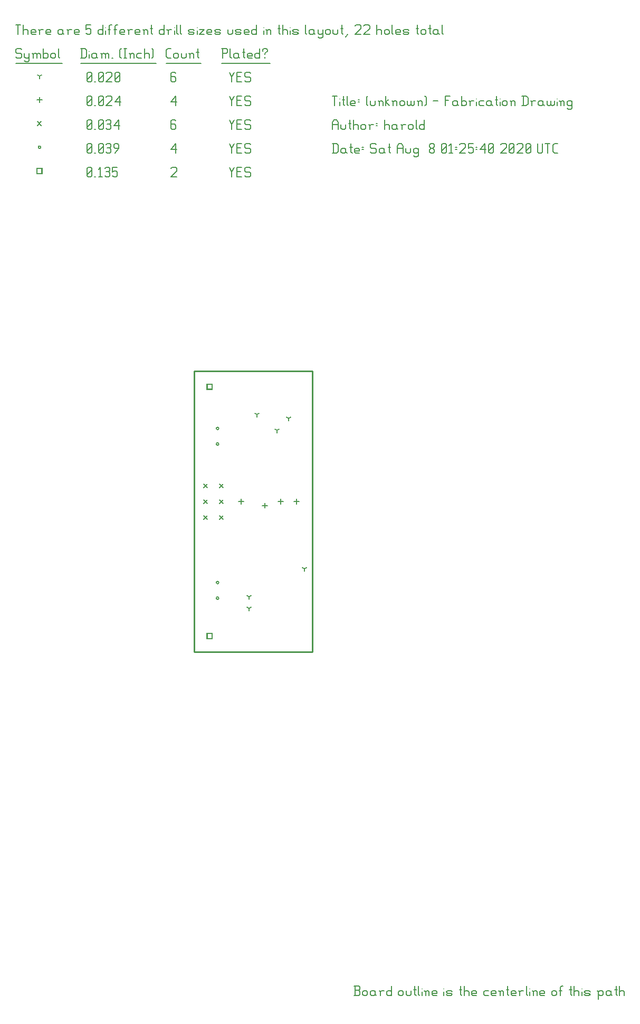
<source format=gbr>
G04 start of page 12 for group -3984 idx -3984 *
G04 Title: (unknown), fab *
G04 Creator: pcb 4.2.2 *
G04 CreationDate: Sat Aug  8 01:25:40 2020 UTC *
G04 For: harold *
G04 Format: Gerber/RS-274X *
G04 PCB-Dimensions (mil): 6000.00 5000.00 *
G04 PCB-Coordinate-Origin: lower left *
%MOIN*%
%FSLAX25Y25*%
%LNFAB*%
%ADD56C,0.0100*%
%ADD55C,0.0075*%
%ADD54C,0.0060*%
%ADD53R,0.0080X0.0080*%
G54D53*X120900Y376600D02*X124100D01*
X120900D02*Y373400D01*
X124100D01*
Y376600D02*Y373400D01*
X120900Y219120D02*X124100D01*
X120900D02*Y215920D01*
X124100D01*
Y219120D02*Y215920D01*
X13400Y512850D02*X16600D01*
X13400D02*Y509650D01*
X16600D01*
Y512850D02*Y509650D01*
G54D54*X135000Y513500D02*X136500Y510500D01*
X138000Y513500D01*
X136500Y510500D02*Y507500D01*
X139800Y510800D02*X142050D01*
X139800Y507500D02*X142800D01*
X139800Y513500D02*Y507500D01*
Y513500D02*X142800D01*
X147600D02*X148350Y512750D01*
X145350Y513500D02*X147600D01*
X144600Y512750D02*X145350Y513500D01*
X144600Y512750D02*Y511250D01*
X145350Y510500D01*
X147600D01*
X148350Y509750D01*
Y508250D01*
X147600Y507500D02*X148350Y508250D01*
X145350Y507500D02*X147600D01*
X144600Y508250D02*X145350Y507500D01*
X98000Y512750D02*X98750Y513500D01*
X101000D01*
X101750Y512750D01*
Y511250D01*
X98000Y507500D02*X101750Y511250D01*
X98000Y507500D02*X101750D01*
X45000Y508250D02*X45750Y507500D01*
X45000Y512750D02*Y508250D01*
Y512750D02*X45750Y513500D01*
X47250D01*
X48000Y512750D01*
Y508250D01*
X47250Y507500D02*X48000Y508250D01*
X45750Y507500D02*X47250D01*
X45000Y509000D02*X48000Y512000D01*
X49800Y507500D02*X50550D01*
X52350Y512300D02*X53550Y513500D01*
Y507500D01*
X52350D02*X54600D01*
X56400Y512750D02*X57150Y513500D01*
X58650D01*
X59400Y512750D01*
X58650Y507500D02*X59400Y508250D01*
X57150Y507500D02*X58650D01*
X56400Y508250D02*X57150Y507500D01*
Y510800D02*X58650D01*
X59400Y512750D02*Y511550D01*
Y510050D02*Y508250D01*
Y510050D02*X58650Y510800D01*
X59400Y511550D02*X58650Y510800D01*
X61200Y513500D02*X64200D01*
X61200D02*Y510500D01*
X61950Y511250D01*
X63450D01*
X64200Y510500D01*
Y508250D01*
X63450Y507500D02*X64200Y508250D01*
X61950Y507500D02*X63450D01*
X61200Y508250D02*X61950Y507500D01*
X126700Y348662D02*G75*G03X128300Y348662I800J0D01*G01*
G75*G03X126700Y348662I-800J0D01*G01*
Y338819D02*G75*G03X128300Y338819I800J0D01*G01*
G75*G03X126700Y338819I-800J0D01*G01*
Y251319D02*G75*G03X128300Y251319I800J0D01*G01*
G75*G03X126700Y251319I-800J0D01*G01*
Y241476D02*G75*G03X128300Y241476I800J0D01*G01*
G75*G03X126700Y241476I-800J0D01*G01*
X14200Y526250D02*G75*G03X15800Y526250I800J0D01*G01*
G75*G03X14200Y526250I-800J0D01*G01*
X135000Y528500D02*X136500Y525500D01*
X138000Y528500D01*
X136500Y525500D02*Y522500D01*
X139800Y525800D02*X142050D01*
X139800Y522500D02*X142800D01*
X139800Y528500D02*Y522500D01*
Y528500D02*X142800D01*
X147600D02*X148350Y527750D01*
X145350Y528500D02*X147600D01*
X144600Y527750D02*X145350Y528500D01*
X144600Y527750D02*Y526250D01*
X145350Y525500D01*
X147600D01*
X148350Y524750D01*
Y523250D01*
X147600Y522500D02*X148350Y523250D01*
X145350Y522500D02*X147600D01*
X144600Y523250D02*X145350Y522500D01*
X98000Y524750D02*X101000Y528500D01*
X98000Y524750D02*X101750D01*
X101000Y528500D02*Y522500D01*
X45000Y523250D02*X45750Y522500D01*
X45000Y527750D02*Y523250D01*
Y527750D02*X45750Y528500D01*
X47250D01*
X48000Y527750D01*
Y523250D01*
X47250Y522500D02*X48000Y523250D01*
X45750Y522500D02*X47250D01*
X45000Y524000D02*X48000Y527000D01*
X49800Y522500D02*X50550D01*
X52350Y523250D02*X53100Y522500D01*
X52350Y527750D02*Y523250D01*
Y527750D02*X53100Y528500D01*
X54600D01*
X55350Y527750D01*
Y523250D01*
X54600Y522500D02*X55350Y523250D01*
X53100Y522500D02*X54600D01*
X52350Y524000D02*X55350Y527000D01*
X57150Y527750D02*X57900Y528500D01*
X59400D01*
X60150Y527750D01*
X59400Y522500D02*X60150Y523250D01*
X57900Y522500D02*X59400D01*
X57150Y523250D02*X57900Y522500D01*
Y525800D02*X59400D01*
X60150Y527750D02*Y526550D01*
Y525050D02*Y523250D01*
Y525050D02*X59400Y525800D01*
X60150Y526550D02*X59400Y525800D01*
X62700Y522500D02*X64950Y525500D01*
Y527750D02*Y525500D01*
X64200Y528500D02*X64950Y527750D01*
X62700Y528500D02*X64200D01*
X61950Y527750D02*X62700Y528500D01*
X61950Y527750D02*Y526250D01*
X62700Y525500D01*
X64950D01*
X118800Y313700D02*X121200Y311300D01*
X118800D02*X121200Y313700D01*
X128800D02*X131200Y311300D01*
X128800D02*X131200Y313700D01*
X118800Y303700D02*X121200Y301300D01*
X118800D02*X121200Y303700D01*
X128800D02*X131200Y301300D01*
X128800D02*X131200Y303700D01*
X118800Y293700D02*X121200Y291300D01*
X118800D02*X121200Y293700D01*
X128800D02*X131200Y291300D01*
X128800D02*X131200Y293700D01*
X13800Y542450D02*X16200Y540050D01*
X13800D02*X16200Y542450D01*
X135000Y543500D02*X136500Y540500D01*
X138000Y543500D01*
X136500Y540500D02*Y537500D01*
X139800Y540800D02*X142050D01*
X139800Y537500D02*X142800D01*
X139800Y543500D02*Y537500D01*
Y543500D02*X142800D01*
X147600D02*X148350Y542750D01*
X145350Y543500D02*X147600D01*
X144600Y542750D02*X145350Y543500D01*
X144600Y542750D02*Y541250D01*
X145350Y540500D01*
X147600D01*
X148350Y539750D01*
Y538250D01*
X147600Y537500D02*X148350Y538250D01*
X145350Y537500D02*X147600D01*
X144600Y538250D02*X145350Y537500D01*
X100250Y543500D02*X101000Y542750D01*
X98750Y543500D02*X100250D01*
X98000Y542750D02*X98750Y543500D01*
X98000Y542750D02*Y538250D01*
X98750Y537500D01*
X100250Y540800D02*X101000Y540050D01*
X98000Y540800D02*X100250D01*
X98750Y537500D02*X100250D01*
X101000Y538250D01*
Y540050D02*Y538250D01*
X45000D02*X45750Y537500D01*
X45000Y542750D02*Y538250D01*
Y542750D02*X45750Y543500D01*
X47250D01*
X48000Y542750D01*
Y538250D01*
X47250Y537500D02*X48000Y538250D01*
X45750Y537500D02*X47250D01*
X45000Y539000D02*X48000Y542000D01*
X49800Y537500D02*X50550D01*
X52350Y538250D02*X53100Y537500D01*
X52350Y542750D02*Y538250D01*
Y542750D02*X53100Y543500D01*
X54600D01*
X55350Y542750D01*
Y538250D01*
X54600Y537500D02*X55350Y538250D01*
X53100Y537500D02*X54600D01*
X52350Y539000D02*X55350Y542000D01*
X57150Y542750D02*X57900Y543500D01*
X59400D01*
X60150Y542750D01*
X59400Y537500D02*X60150Y538250D01*
X57900Y537500D02*X59400D01*
X57150Y538250D02*X57900Y537500D01*
Y540800D02*X59400D01*
X60150Y542750D02*Y541550D01*
Y540050D02*Y538250D01*
Y540050D02*X59400Y540800D01*
X60150Y541550D02*X59400Y540800D01*
X61950Y539750D02*X64950Y543500D01*
X61950Y539750D02*X65700D01*
X64950Y543500D02*Y537500D01*
X157500Y301600D02*Y298400D01*
X155900Y300000D02*X159100D01*
X142500Y304100D02*Y300900D01*
X140900Y302500D02*X144100D01*
X167500Y304100D02*Y300900D01*
X165900Y302500D02*X169100D01*
X177500Y304100D02*Y300900D01*
X175900Y302500D02*X179100D01*
X15000Y557850D02*Y554650D01*
X13400Y556250D02*X16600D01*
X135000Y558500D02*X136500Y555500D01*
X138000Y558500D01*
X136500Y555500D02*Y552500D01*
X139800Y555800D02*X142050D01*
X139800Y552500D02*X142800D01*
X139800Y558500D02*Y552500D01*
Y558500D02*X142800D01*
X147600D02*X148350Y557750D01*
X145350Y558500D02*X147600D01*
X144600Y557750D02*X145350Y558500D01*
X144600Y557750D02*Y556250D01*
X145350Y555500D01*
X147600D01*
X148350Y554750D01*
Y553250D01*
X147600Y552500D02*X148350Y553250D01*
X145350Y552500D02*X147600D01*
X144600Y553250D02*X145350Y552500D01*
X98000Y554750D02*X101000Y558500D01*
X98000Y554750D02*X101750D01*
X101000Y558500D02*Y552500D01*
X45000Y553250D02*X45750Y552500D01*
X45000Y557750D02*Y553250D01*
Y557750D02*X45750Y558500D01*
X47250D01*
X48000Y557750D01*
Y553250D01*
X47250Y552500D02*X48000Y553250D01*
X45750Y552500D02*X47250D01*
X45000Y554000D02*X48000Y557000D01*
X49800Y552500D02*X50550D01*
X52350Y553250D02*X53100Y552500D01*
X52350Y557750D02*Y553250D01*
Y557750D02*X53100Y558500D01*
X54600D01*
X55350Y557750D01*
Y553250D01*
X54600Y552500D02*X55350Y553250D01*
X53100Y552500D02*X54600D01*
X52350Y554000D02*X55350Y557000D01*
X57150Y557750D02*X57900Y558500D01*
X60150D01*
X60900Y557750D01*
Y556250D01*
X57150Y552500D02*X60900Y556250D01*
X57150Y552500D02*X60900D01*
X62700Y554750D02*X65700Y558500D01*
X62700Y554750D02*X66450D01*
X65700Y558500D02*Y552500D01*
X172500Y355000D02*Y353400D01*
Y355000D02*X173887Y355800D01*
X172500Y355000D02*X171113Y355800D01*
X182500Y260000D02*Y258400D01*
Y260000D02*X183887Y260800D01*
X182500Y260000D02*X181113Y260800D01*
X165000Y347500D02*Y345900D01*
Y347500D02*X166387Y348300D01*
X165000Y347500D02*X163613Y348300D01*
X147500Y235000D02*Y233400D01*
Y235000D02*X148887Y235800D01*
X147500Y235000D02*X146113Y235800D01*
X152500Y357500D02*Y355900D01*
Y357500D02*X153887Y358300D01*
X152500Y357500D02*X151113Y358300D01*
X147500Y242319D02*Y240719D01*
Y242319D02*X148887Y243119D01*
X147500Y242319D02*X146113Y243119D01*
X15000Y571250D02*Y569650D01*
Y571250D02*X16387Y572050D01*
X15000Y571250D02*X13613Y572050D01*
X135000Y573500D02*X136500Y570500D01*
X138000Y573500D01*
X136500Y570500D02*Y567500D01*
X139800Y570800D02*X142050D01*
X139800Y567500D02*X142800D01*
X139800Y573500D02*Y567500D01*
Y573500D02*X142800D01*
X147600D02*X148350Y572750D01*
X145350Y573500D02*X147600D01*
X144600Y572750D02*X145350Y573500D01*
X144600Y572750D02*Y571250D01*
X145350Y570500D01*
X147600D01*
X148350Y569750D01*
Y568250D01*
X147600Y567500D02*X148350Y568250D01*
X145350Y567500D02*X147600D01*
X144600Y568250D02*X145350Y567500D01*
X100250Y573500D02*X101000Y572750D01*
X98750Y573500D02*X100250D01*
X98000Y572750D02*X98750Y573500D01*
X98000Y572750D02*Y568250D01*
X98750Y567500D01*
X100250Y570800D02*X101000Y570050D01*
X98000Y570800D02*X100250D01*
X98750Y567500D02*X100250D01*
X101000Y568250D01*
Y570050D02*Y568250D01*
X45000D02*X45750Y567500D01*
X45000Y572750D02*Y568250D01*
Y572750D02*X45750Y573500D01*
X47250D01*
X48000Y572750D01*
Y568250D01*
X47250Y567500D02*X48000Y568250D01*
X45750Y567500D02*X47250D01*
X45000Y569000D02*X48000Y572000D01*
X49800Y567500D02*X50550D01*
X52350Y568250D02*X53100Y567500D01*
X52350Y572750D02*Y568250D01*
Y572750D02*X53100Y573500D01*
X54600D01*
X55350Y572750D01*
Y568250D01*
X54600Y567500D02*X55350Y568250D01*
X53100Y567500D02*X54600D01*
X52350Y569000D02*X55350Y572000D01*
X57150Y572750D02*X57900Y573500D01*
X60150D01*
X60900Y572750D01*
Y571250D01*
X57150Y567500D02*X60900Y571250D01*
X57150Y567500D02*X60900D01*
X62700Y568250D02*X63450Y567500D01*
X62700Y572750D02*Y568250D01*
Y572750D02*X63450Y573500D01*
X64950D01*
X65700Y572750D01*
Y568250D01*
X64950Y567500D02*X65700Y568250D01*
X63450Y567500D02*X64950D01*
X62700Y569000D02*X65700Y572000D01*
X3000Y588500D02*X3750Y587750D01*
X750Y588500D02*X3000D01*
X0Y587750D02*X750Y588500D01*
X0Y587750D02*Y586250D01*
X750Y585500D01*
X3000D01*
X3750Y584750D01*
Y583250D01*
X3000Y582500D02*X3750Y583250D01*
X750Y582500D02*X3000D01*
X0Y583250D02*X750Y582500D01*
X5550Y585500D02*Y583250D01*
X6300Y582500D01*
X8550Y585500D02*Y581000D01*
X7800Y580250D02*X8550Y581000D01*
X6300Y580250D02*X7800D01*
X5550Y581000D02*X6300Y580250D01*
Y582500D02*X7800D01*
X8550Y583250D01*
X11100Y584750D02*Y582500D01*
Y584750D02*X11850Y585500D01*
X12600D01*
X13350Y584750D01*
Y582500D01*
Y584750D02*X14100Y585500D01*
X14850D01*
X15600Y584750D01*
Y582500D01*
X10350Y585500D02*X11100Y584750D01*
X17400Y588500D02*Y582500D01*
Y583250D02*X18150Y582500D01*
X19650D01*
X20400Y583250D01*
Y584750D02*Y583250D01*
X19650Y585500D02*X20400Y584750D01*
X18150Y585500D02*X19650D01*
X17400Y584750D02*X18150Y585500D01*
X22200Y584750D02*Y583250D01*
Y584750D02*X22950Y585500D01*
X24450D01*
X25200Y584750D01*
Y583250D01*
X24450Y582500D02*X25200Y583250D01*
X22950Y582500D02*X24450D01*
X22200Y583250D02*X22950Y582500D01*
X27000Y588500D02*Y583250D01*
X27750Y582500D01*
X0Y579250D02*X29250D01*
X41750Y588500D02*Y582500D01*
X43700Y588500D02*X44750Y587450D01*
Y583550D01*
X43700Y582500D02*X44750Y583550D01*
X41000Y582500D02*X43700D01*
X41000Y588500D02*X43700D01*
G54D55*X46550Y587000D02*Y586850D01*
G54D54*Y584750D02*Y582500D01*
X50300Y585500D02*X51050Y584750D01*
X48800Y585500D02*X50300D01*
X48050Y584750D02*X48800Y585500D01*
X48050Y584750D02*Y583250D01*
X48800Y582500D01*
X51050Y585500D02*Y583250D01*
X51800Y582500D01*
X48800D02*X50300D01*
X51050Y583250D01*
X54350Y584750D02*Y582500D01*
Y584750D02*X55100Y585500D01*
X55850D01*
X56600Y584750D01*
Y582500D01*
Y584750D02*X57350Y585500D01*
X58100D01*
X58850Y584750D01*
Y582500D01*
X53600Y585500D02*X54350Y584750D01*
X60650Y582500D02*X61400D01*
X65900Y583250D02*X66650Y582500D01*
X65900Y587750D02*X66650Y588500D01*
X65900Y587750D02*Y583250D01*
X68450Y588500D02*X69950D01*
X69200D02*Y582500D01*
X68450D02*X69950D01*
X72500Y584750D02*Y582500D01*
Y584750D02*X73250Y585500D01*
X74000D01*
X74750Y584750D01*
Y582500D01*
X71750Y585500D02*X72500Y584750D01*
X77300Y585500D02*X79550D01*
X76550Y584750D02*X77300Y585500D01*
X76550Y584750D02*Y583250D01*
X77300Y582500D01*
X79550D01*
X81350Y588500D02*Y582500D01*
Y584750D02*X82100Y585500D01*
X83600D01*
X84350Y584750D01*
Y582500D01*
X86150Y588500D02*X86900Y587750D01*
Y583250D01*
X86150Y582500D02*X86900Y583250D01*
X41000Y579250D02*X88700D01*
X96050Y582500D02*X98000D01*
X95000Y583550D02*X96050Y582500D01*
X95000Y587450D02*Y583550D01*
Y587450D02*X96050Y588500D01*
X98000D01*
X99800Y584750D02*Y583250D01*
Y584750D02*X100550Y585500D01*
X102050D01*
X102800Y584750D01*
Y583250D01*
X102050Y582500D02*X102800Y583250D01*
X100550Y582500D02*X102050D01*
X99800Y583250D02*X100550Y582500D01*
X104600Y585500D02*Y583250D01*
X105350Y582500D01*
X106850D01*
X107600Y583250D01*
Y585500D02*Y583250D01*
X110150Y584750D02*Y582500D01*
Y584750D02*X110900Y585500D01*
X111650D01*
X112400Y584750D01*
Y582500D01*
X109400Y585500D02*X110150Y584750D01*
X114950Y588500D02*Y583250D01*
X115700Y582500D01*
X114200Y586250D02*X115700D01*
X95000Y579250D02*X117200D01*
X130750Y588500D02*Y582500D01*
X130000Y588500D02*X133000D01*
X133750Y587750D01*
Y586250D01*
X133000Y585500D02*X133750Y586250D01*
X130750Y585500D02*X133000D01*
X135550Y588500D02*Y583250D01*
X136300Y582500D01*
X140050Y585500D02*X140800Y584750D01*
X138550Y585500D02*X140050D01*
X137800Y584750D02*X138550Y585500D01*
X137800Y584750D02*Y583250D01*
X138550Y582500D01*
X140800Y585500D02*Y583250D01*
X141550Y582500D01*
X138550D02*X140050D01*
X140800Y583250D01*
X144100Y588500D02*Y583250D01*
X144850Y582500D01*
X143350Y586250D02*X144850D01*
X147100Y582500D02*X149350D01*
X146350Y583250D02*X147100Y582500D01*
X146350Y584750D02*Y583250D01*
Y584750D02*X147100Y585500D01*
X148600D01*
X149350Y584750D01*
X146350Y584000D02*X149350D01*
Y584750D02*Y584000D01*
X154150Y588500D02*Y582500D01*
X153400D02*X154150Y583250D01*
X151900Y582500D02*X153400D01*
X151150Y583250D02*X151900Y582500D01*
X151150Y584750D02*Y583250D01*
Y584750D02*X151900Y585500D01*
X153400D01*
X154150Y584750D01*
X157450Y585500D02*Y584750D01*
Y583250D02*Y582500D01*
X155950Y587750D02*Y587000D01*
Y587750D02*X156700Y588500D01*
X158200D01*
X158950Y587750D01*
Y587000D01*
X157450Y585500D02*X158950Y587000D01*
X130000Y579250D02*X160750D01*
X0Y603500D02*X3000D01*
X1500D02*Y597500D01*
X4800Y603500D02*Y597500D01*
Y599750D02*X5550Y600500D01*
X7050D01*
X7800Y599750D01*
Y597500D01*
X10350D02*X12600D01*
X9600Y598250D02*X10350Y597500D01*
X9600Y599750D02*Y598250D01*
Y599750D02*X10350Y600500D01*
X11850D01*
X12600Y599750D01*
X9600Y599000D02*X12600D01*
Y599750D02*Y599000D01*
X15150Y599750D02*Y597500D01*
Y599750D02*X15900Y600500D01*
X17400D01*
X14400D02*X15150Y599750D01*
X19950Y597500D02*X22200D01*
X19200Y598250D02*X19950Y597500D01*
X19200Y599750D02*Y598250D01*
Y599750D02*X19950Y600500D01*
X21450D01*
X22200Y599750D01*
X19200Y599000D02*X22200D01*
Y599750D02*Y599000D01*
X28950Y600500D02*X29700Y599750D01*
X27450Y600500D02*X28950D01*
X26700Y599750D02*X27450Y600500D01*
X26700Y599750D02*Y598250D01*
X27450Y597500D01*
X29700Y600500D02*Y598250D01*
X30450Y597500D01*
X27450D02*X28950D01*
X29700Y598250D01*
X33000Y599750D02*Y597500D01*
Y599750D02*X33750Y600500D01*
X35250D01*
X32250D02*X33000Y599750D01*
X37800Y597500D02*X40050D01*
X37050Y598250D02*X37800Y597500D01*
X37050Y599750D02*Y598250D01*
Y599750D02*X37800Y600500D01*
X39300D01*
X40050Y599750D01*
X37050Y599000D02*X40050D01*
Y599750D02*Y599000D01*
X44550Y603500D02*X47550D01*
X44550D02*Y600500D01*
X45300Y601250D01*
X46800D01*
X47550Y600500D01*
Y598250D01*
X46800Y597500D02*X47550Y598250D01*
X45300Y597500D02*X46800D01*
X44550Y598250D02*X45300Y597500D01*
X55050Y603500D02*Y597500D01*
X54300D02*X55050Y598250D01*
X52800Y597500D02*X54300D01*
X52050Y598250D02*X52800Y597500D01*
X52050Y599750D02*Y598250D01*
Y599750D02*X52800Y600500D01*
X54300D01*
X55050Y599750D01*
G54D55*X56850Y602000D02*Y601850D01*
G54D54*Y599750D02*Y597500D01*
X59100Y602750D02*Y597500D01*
Y602750D02*X59850Y603500D01*
X60600D01*
X58350Y600500D02*X59850D01*
X62850Y602750D02*Y597500D01*
Y602750D02*X63600Y603500D01*
X64350D01*
X62100Y600500D02*X63600D01*
X66600Y597500D02*X68850D01*
X65850Y598250D02*X66600Y597500D01*
X65850Y599750D02*Y598250D01*
Y599750D02*X66600Y600500D01*
X68100D01*
X68850Y599750D01*
X65850Y599000D02*X68850D01*
Y599750D02*Y599000D01*
X71400Y599750D02*Y597500D01*
Y599750D02*X72150Y600500D01*
X73650D01*
X70650D02*X71400Y599750D01*
X76200Y597500D02*X78450D01*
X75450Y598250D02*X76200Y597500D01*
X75450Y599750D02*Y598250D01*
Y599750D02*X76200Y600500D01*
X77700D01*
X78450Y599750D01*
X75450Y599000D02*X78450D01*
Y599750D02*Y599000D01*
X81000Y599750D02*Y597500D01*
Y599750D02*X81750Y600500D01*
X82500D01*
X83250Y599750D01*
Y597500D01*
X80250Y600500D02*X81000Y599750D01*
X85800Y603500D02*Y598250D01*
X86550Y597500D01*
X85050Y601250D02*X86550D01*
X93750Y603500D02*Y597500D01*
X93000D02*X93750Y598250D01*
X91500Y597500D02*X93000D01*
X90750Y598250D02*X91500Y597500D01*
X90750Y599750D02*Y598250D01*
Y599750D02*X91500Y600500D01*
X93000D01*
X93750Y599750D01*
X96300D02*Y597500D01*
Y599750D02*X97050Y600500D01*
X98550D01*
X95550D02*X96300Y599750D01*
G54D55*X100350Y602000D02*Y601850D01*
G54D54*Y599750D02*Y597500D01*
X101850Y603500D02*Y598250D01*
X102600Y597500D01*
X104100Y603500D02*Y598250D01*
X104850Y597500D01*
X109800D02*X112050D01*
X112800Y598250D01*
X112050Y599000D02*X112800Y598250D01*
X109800Y599000D02*X112050D01*
X109050Y599750D02*X109800Y599000D01*
X109050Y599750D02*X109800Y600500D01*
X112050D01*
X112800Y599750D01*
X109050Y598250D02*X109800Y597500D01*
G54D55*X114600Y602000D02*Y601850D01*
G54D54*Y599750D02*Y597500D01*
X116100Y600500D02*X119100D01*
X116100Y597500D02*X119100Y600500D01*
X116100Y597500D02*X119100D01*
X121650D02*X123900D01*
X120900Y598250D02*X121650Y597500D01*
X120900Y599750D02*Y598250D01*
Y599750D02*X121650Y600500D01*
X123150D01*
X123900Y599750D01*
X120900Y599000D02*X123900D01*
Y599750D02*Y599000D01*
X126450Y597500D02*X128700D01*
X129450Y598250D01*
X128700Y599000D02*X129450Y598250D01*
X126450Y599000D02*X128700D01*
X125700Y599750D02*X126450Y599000D01*
X125700Y599750D02*X126450Y600500D01*
X128700D01*
X129450Y599750D01*
X125700Y598250D02*X126450Y597500D01*
X133950Y600500D02*Y598250D01*
X134700Y597500D01*
X136200D01*
X136950Y598250D01*
Y600500D02*Y598250D01*
X139500Y597500D02*X141750D01*
X142500Y598250D01*
X141750Y599000D02*X142500Y598250D01*
X139500Y599000D02*X141750D01*
X138750Y599750D02*X139500Y599000D01*
X138750Y599750D02*X139500Y600500D01*
X141750D01*
X142500Y599750D01*
X138750Y598250D02*X139500Y597500D01*
X145050D02*X147300D01*
X144300Y598250D02*X145050Y597500D01*
X144300Y599750D02*Y598250D01*
Y599750D02*X145050Y600500D01*
X146550D01*
X147300Y599750D01*
X144300Y599000D02*X147300D01*
Y599750D02*Y599000D01*
X152100Y603500D02*Y597500D01*
X151350D02*X152100Y598250D01*
X149850Y597500D02*X151350D01*
X149100Y598250D02*X149850Y597500D01*
X149100Y599750D02*Y598250D01*
Y599750D02*X149850Y600500D01*
X151350D01*
X152100Y599750D01*
G54D55*X156600Y602000D02*Y601850D01*
G54D54*Y599750D02*Y597500D01*
X158850Y599750D02*Y597500D01*
Y599750D02*X159600Y600500D01*
X160350D01*
X161100Y599750D01*
Y597500D01*
X158100Y600500D02*X158850Y599750D01*
X166350Y603500D02*Y598250D01*
X167100Y597500D01*
X165600Y601250D02*X167100D01*
X168600Y603500D02*Y597500D01*
Y599750D02*X169350Y600500D01*
X170850D01*
X171600Y599750D01*
Y597500D01*
G54D55*X173400Y602000D02*Y601850D01*
G54D54*Y599750D02*Y597500D01*
X175650D02*X177900D01*
X178650Y598250D01*
X177900Y599000D02*X178650Y598250D01*
X175650Y599000D02*X177900D01*
X174900Y599750D02*X175650Y599000D01*
X174900Y599750D02*X175650Y600500D01*
X177900D01*
X178650Y599750D01*
X174900Y598250D02*X175650Y597500D01*
X183150Y603500D02*Y598250D01*
X183900Y597500D01*
X187650Y600500D02*X188400Y599750D01*
X186150Y600500D02*X187650D01*
X185400Y599750D02*X186150Y600500D01*
X185400Y599750D02*Y598250D01*
X186150Y597500D01*
X188400Y600500D02*Y598250D01*
X189150Y597500D01*
X186150D02*X187650D01*
X188400Y598250D01*
X190950Y600500D02*Y598250D01*
X191700Y597500D01*
X193950Y600500D02*Y596000D01*
X193200Y595250D02*X193950Y596000D01*
X191700Y595250D02*X193200D01*
X190950Y596000D02*X191700Y595250D01*
Y597500D02*X193200D01*
X193950Y598250D01*
X195750Y599750D02*Y598250D01*
Y599750D02*X196500Y600500D01*
X198000D01*
X198750Y599750D01*
Y598250D01*
X198000Y597500D02*X198750Y598250D01*
X196500Y597500D02*X198000D01*
X195750Y598250D02*X196500Y597500D01*
X200550Y600500D02*Y598250D01*
X201300Y597500D01*
X202800D01*
X203550Y598250D01*
Y600500D02*Y598250D01*
X206100Y603500D02*Y598250D01*
X206850Y597500D01*
X205350Y601250D02*X206850D01*
X208350Y596000D02*X209850Y597500D01*
X214350Y602750D02*X215100Y603500D01*
X217350D01*
X218100Y602750D01*
Y601250D01*
X214350Y597500D02*X218100Y601250D01*
X214350Y597500D02*X218100D01*
X219900Y602750D02*X220650Y603500D01*
X222900D01*
X223650Y602750D01*
Y601250D01*
X219900Y597500D02*X223650Y601250D01*
X219900Y597500D02*X223650D01*
X228150Y603500D02*Y597500D01*
Y599750D02*X228900Y600500D01*
X230400D01*
X231150Y599750D01*
Y597500D01*
X232950Y599750D02*Y598250D01*
Y599750D02*X233700Y600500D01*
X235200D01*
X235950Y599750D01*
Y598250D01*
X235200Y597500D02*X235950Y598250D01*
X233700Y597500D02*X235200D01*
X232950Y598250D02*X233700Y597500D01*
X237750Y603500D02*Y598250D01*
X238500Y597500D01*
X240750D02*X243000D01*
X240000Y598250D02*X240750Y597500D01*
X240000Y599750D02*Y598250D01*
Y599750D02*X240750Y600500D01*
X242250D01*
X243000Y599750D01*
X240000Y599000D02*X243000D01*
Y599750D02*Y599000D01*
X245550Y597500D02*X247800D01*
X248550Y598250D01*
X247800Y599000D02*X248550Y598250D01*
X245550Y599000D02*X247800D01*
X244800Y599750D02*X245550Y599000D01*
X244800Y599750D02*X245550Y600500D01*
X247800D01*
X248550Y599750D01*
X244800Y598250D02*X245550Y597500D01*
X253800Y603500D02*Y598250D01*
X254550Y597500D01*
X253050Y601250D02*X254550D01*
X256050Y599750D02*Y598250D01*
Y599750D02*X256800Y600500D01*
X258300D01*
X259050Y599750D01*
Y598250D01*
X258300Y597500D02*X259050Y598250D01*
X256800Y597500D02*X258300D01*
X256050Y598250D02*X256800Y597500D01*
X261600Y603500D02*Y598250D01*
X262350Y597500D01*
X260850Y601250D02*X262350D01*
X266100Y600500D02*X266850Y599750D01*
X264600Y600500D02*X266100D01*
X263850Y599750D02*X264600Y600500D01*
X263850Y599750D02*Y598250D01*
X264600Y597500D01*
X266850Y600500D02*Y598250D01*
X267600Y597500D01*
X264600D02*X266100D01*
X266850Y598250D01*
X269400Y603500D02*Y598250D01*
X270150Y597500D01*
G54D56*X187461Y384843D02*X112657D01*
Y207677D01*
X187461D01*
Y384843D02*Y207677D01*
G54D54*X213675Y-9500D02*X216675D01*
X217425Y-8750D01*
Y-6950D02*Y-8750D01*
X216675Y-6200D02*X217425Y-6950D01*
X214425Y-6200D02*X216675D01*
X214425Y-3500D02*Y-9500D01*
X213675Y-3500D02*X216675D01*
X217425Y-4250D01*
Y-5450D01*
X216675Y-6200D02*X217425Y-5450D01*
X219225Y-7250D02*Y-8750D01*
Y-7250D02*X219975Y-6500D01*
X221475D01*
X222225Y-7250D01*
Y-8750D01*
X221475Y-9500D02*X222225Y-8750D01*
X219975Y-9500D02*X221475D01*
X219225Y-8750D02*X219975Y-9500D01*
X226275Y-6500D02*X227025Y-7250D01*
X224775Y-6500D02*X226275D01*
X224025Y-7250D02*X224775Y-6500D01*
X224025Y-7250D02*Y-8750D01*
X224775Y-9500D01*
X227025Y-6500D02*Y-8750D01*
X227775Y-9500D01*
X224775D02*X226275D01*
X227025Y-8750D01*
X230325Y-7250D02*Y-9500D01*
Y-7250D02*X231075Y-6500D01*
X232575D01*
X229575D02*X230325Y-7250D01*
X237375Y-3500D02*Y-9500D01*
X236625D02*X237375Y-8750D01*
X235125Y-9500D02*X236625D01*
X234375Y-8750D02*X235125Y-9500D01*
X234375Y-7250D02*Y-8750D01*
Y-7250D02*X235125Y-6500D01*
X236625D01*
X237375Y-7250D01*
X241875D02*Y-8750D01*
Y-7250D02*X242625Y-6500D01*
X244125D01*
X244875Y-7250D01*
Y-8750D01*
X244125Y-9500D02*X244875Y-8750D01*
X242625Y-9500D02*X244125D01*
X241875Y-8750D02*X242625Y-9500D01*
X246675Y-6500D02*Y-8750D01*
X247425Y-9500D01*
X248925D01*
X249675Y-8750D01*
Y-6500D02*Y-8750D01*
X252225Y-3500D02*Y-8750D01*
X252975Y-9500D01*
X251475Y-5750D02*X252975D01*
X254475Y-3500D02*Y-8750D01*
X255225Y-9500D01*
G54D55*X256725Y-5000D02*Y-5150D01*
G54D54*Y-7250D02*Y-9500D01*
X258975Y-7250D02*Y-9500D01*
Y-7250D02*X259725Y-6500D01*
X260475D01*
X261225Y-7250D01*
Y-9500D01*
X258225Y-6500D02*X258975Y-7250D01*
X263775Y-9500D02*X266025D01*
X263025Y-8750D02*X263775Y-9500D01*
X263025Y-7250D02*Y-8750D01*
Y-7250D02*X263775Y-6500D01*
X265275D01*
X266025Y-7250D01*
X263025Y-8000D02*X266025D01*
Y-7250D02*Y-8000D01*
G54D55*X270525Y-5000D02*Y-5150D01*
G54D54*Y-7250D02*Y-9500D01*
X272775D02*X275025D01*
X275775Y-8750D01*
X275025Y-8000D02*X275775Y-8750D01*
X272775Y-8000D02*X275025D01*
X272025Y-7250D02*X272775Y-8000D01*
X272025Y-7250D02*X272775Y-6500D01*
X275025D01*
X275775Y-7250D01*
X272025Y-8750D02*X272775Y-9500D01*
X281025Y-3500D02*Y-8750D01*
X281775Y-9500D01*
X280275Y-5750D02*X281775D01*
X283275Y-3500D02*Y-9500D01*
Y-7250D02*X284025Y-6500D01*
X285525D01*
X286275Y-7250D01*
Y-9500D01*
X288825D02*X291075D01*
X288075Y-8750D02*X288825Y-9500D01*
X288075Y-7250D02*Y-8750D01*
Y-7250D02*X288825Y-6500D01*
X290325D01*
X291075Y-7250D01*
X288075Y-8000D02*X291075D01*
Y-7250D02*Y-8000D01*
X296325Y-6500D02*X298575D01*
X295575Y-7250D02*X296325Y-6500D01*
X295575Y-7250D02*Y-8750D01*
X296325Y-9500D01*
X298575D01*
X301125D02*X303375D01*
X300375Y-8750D02*X301125Y-9500D01*
X300375Y-7250D02*Y-8750D01*
Y-7250D02*X301125Y-6500D01*
X302625D01*
X303375Y-7250D01*
X300375Y-8000D02*X303375D01*
Y-7250D02*Y-8000D01*
X305925Y-7250D02*Y-9500D01*
Y-7250D02*X306675Y-6500D01*
X307425D01*
X308175Y-7250D01*
Y-9500D01*
X305175Y-6500D02*X305925Y-7250D01*
X310725Y-3500D02*Y-8750D01*
X311475Y-9500D01*
X309975Y-5750D02*X311475D01*
X313725Y-9500D02*X315975D01*
X312975Y-8750D02*X313725Y-9500D01*
X312975Y-7250D02*Y-8750D01*
Y-7250D02*X313725Y-6500D01*
X315225D01*
X315975Y-7250D01*
X312975Y-8000D02*X315975D01*
Y-7250D02*Y-8000D01*
X318525Y-7250D02*Y-9500D01*
Y-7250D02*X319275Y-6500D01*
X320775D01*
X317775D02*X318525Y-7250D01*
X322575Y-3500D02*Y-8750D01*
X323325Y-9500D01*
G54D55*X324825Y-5000D02*Y-5150D01*
G54D54*Y-7250D02*Y-9500D01*
X327075Y-7250D02*Y-9500D01*
Y-7250D02*X327825Y-6500D01*
X328575D01*
X329325Y-7250D01*
Y-9500D01*
X326325Y-6500D02*X327075Y-7250D01*
X331875Y-9500D02*X334125D01*
X331125Y-8750D02*X331875Y-9500D01*
X331125Y-7250D02*Y-8750D01*
Y-7250D02*X331875Y-6500D01*
X333375D01*
X334125Y-7250D01*
X331125Y-8000D02*X334125D01*
Y-7250D02*Y-8000D01*
X338625Y-7250D02*Y-8750D01*
Y-7250D02*X339375Y-6500D01*
X340875D01*
X341625Y-7250D01*
Y-8750D01*
X340875Y-9500D02*X341625Y-8750D01*
X339375Y-9500D02*X340875D01*
X338625Y-8750D02*X339375Y-9500D01*
X344175Y-4250D02*Y-9500D01*
Y-4250D02*X344925Y-3500D01*
X345675D01*
X343425Y-6500D02*X344925D01*
X350625Y-3500D02*Y-8750D01*
X351375Y-9500D01*
X349875Y-5750D02*X351375D01*
X352875Y-3500D02*Y-9500D01*
Y-7250D02*X353625Y-6500D01*
X355125D01*
X355875Y-7250D01*
Y-9500D01*
G54D55*X357675Y-5000D02*Y-5150D01*
G54D54*Y-7250D02*Y-9500D01*
X359925D02*X362175D01*
X362925Y-8750D01*
X362175Y-8000D02*X362925Y-8750D01*
X359925Y-8000D02*X362175D01*
X359175Y-7250D02*X359925Y-8000D01*
X359175Y-7250D02*X359925Y-6500D01*
X362175D01*
X362925Y-7250D01*
X359175Y-8750D02*X359925Y-9500D01*
X368175Y-7250D02*Y-11750D01*
X367425Y-6500D02*X368175Y-7250D01*
X368925Y-6500D01*
X370425D01*
X371175Y-7250D01*
Y-8750D01*
X370425Y-9500D02*X371175Y-8750D01*
X368925Y-9500D02*X370425D01*
X368175Y-8750D02*X368925Y-9500D01*
X375225Y-6500D02*X375975Y-7250D01*
X373725Y-6500D02*X375225D01*
X372975Y-7250D02*X373725Y-6500D01*
X372975Y-7250D02*Y-8750D01*
X373725Y-9500D01*
X375975Y-6500D02*Y-8750D01*
X376725Y-9500D01*
X373725D02*X375225D01*
X375975Y-8750D01*
X379275Y-3500D02*Y-8750D01*
X380025Y-9500D01*
X378525Y-5750D02*X380025D01*
X381525Y-3500D02*Y-9500D01*
Y-7250D02*X382275Y-6500D01*
X383775D01*
X384525Y-7250D01*
Y-9500D01*
X200750Y528500D02*Y522500D01*
X202700Y528500D02*X203750Y527450D01*
Y523550D01*
X202700Y522500D02*X203750Y523550D01*
X200000Y522500D02*X202700D01*
X200000Y528500D02*X202700D01*
X207800Y525500D02*X208550Y524750D01*
X206300Y525500D02*X207800D01*
X205550Y524750D02*X206300Y525500D01*
X205550Y524750D02*Y523250D01*
X206300Y522500D01*
X208550Y525500D02*Y523250D01*
X209300Y522500D01*
X206300D02*X207800D01*
X208550Y523250D01*
X211850Y528500D02*Y523250D01*
X212600Y522500D01*
X211100Y526250D02*X212600D01*
X214850Y522500D02*X217100D01*
X214100Y523250D02*X214850Y522500D01*
X214100Y524750D02*Y523250D01*
Y524750D02*X214850Y525500D01*
X216350D01*
X217100Y524750D01*
X214100Y524000D02*X217100D01*
Y524750D02*Y524000D01*
X218900Y526250D02*X219650D01*
X218900Y524750D02*X219650D01*
X227150Y528500D02*X227900Y527750D01*
X224900Y528500D02*X227150D01*
X224150Y527750D02*X224900Y528500D01*
X224150Y527750D02*Y526250D01*
X224900Y525500D01*
X227150D01*
X227900Y524750D01*
Y523250D01*
X227150Y522500D02*X227900Y523250D01*
X224900Y522500D02*X227150D01*
X224150Y523250D02*X224900Y522500D01*
X231950Y525500D02*X232700Y524750D01*
X230450Y525500D02*X231950D01*
X229700Y524750D02*X230450Y525500D01*
X229700Y524750D02*Y523250D01*
X230450Y522500D01*
X232700Y525500D02*Y523250D01*
X233450Y522500D01*
X230450D02*X231950D01*
X232700Y523250D01*
X236000Y528500D02*Y523250D01*
X236750Y522500D01*
X235250Y526250D02*X236750D01*
X240950Y527000D02*Y522500D01*
Y527000D02*X242000Y528500D01*
X243650D01*
X244700Y527000D01*
Y522500D01*
X240950Y525500D02*X244700D01*
X246500D02*Y523250D01*
X247250Y522500D01*
X248750D01*
X249500Y523250D01*
Y525500D02*Y523250D01*
X253550Y525500D02*X254300Y524750D01*
X252050Y525500D02*X253550D01*
X251300Y524750D02*X252050Y525500D01*
X251300Y524750D02*Y523250D01*
X252050Y522500D01*
X253550D01*
X254300Y523250D01*
X251300Y521000D02*X252050Y520250D01*
X253550D01*
X254300Y521000D01*
Y525500D02*Y521000D01*
X261500Y523250D02*X262250Y522500D01*
X261500Y524450D02*Y523250D01*
Y524450D02*X262550Y525500D01*
X263450D01*
X264500Y524450D01*
Y523250D01*
X263750Y522500D02*X264500Y523250D01*
X262250Y522500D02*X263750D01*
X261500Y526550D02*X262550Y525500D01*
X261500Y527750D02*Y526550D01*
Y527750D02*X262250Y528500D01*
X263750D01*
X264500Y527750D01*
Y526550D01*
X263450Y525500D02*X264500Y526550D01*
X269000Y523250D02*X269750Y522500D01*
X269000Y527750D02*Y523250D01*
Y527750D02*X269750Y528500D01*
X271250D01*
X272000Y527750D01*
Y523250D01*
X271250Y522500D02*X272000Y523250D01*
X269750Y522500D02*X271250D01*
X269000Y524000D02*X272000Y527000D01*
X273800Y527300D02*X275000Y528500D01*
Y522500D01*
X273800D02*X276050D01*
X277850Y526250D02*X278600D01*
X277850Y524750D02*X278600D01*
X280400Y527750D02*X281150Y528500D01*
X283400D01*
X284150Y527750D01*
Y526250D01*
X280400Y522500D02*X284150Y526250D01*
X280400Y522500D02*X284150D01*
X285950Y528500D02*X288950D01*
X285950D02*Y525500D01*
X286700Y526250D01*
X288200D01*
X288950Y525500D01*
Y523250D01*
X288200Y522500D02*X288950Y523250D01*
X286700Y522500D02*X288200D01*
X285950Y523250D02*X286700Y522500D01*
X290750Y526250D02*X291500D01*
X290750Y524750D02*X291500D01*
X293300D02*X296300Y528500D01*
X293300Y524750D02*X297050D01*
X296300Y528500D02*Y522500D01*
X298850Y523250D02*X299600Y522500D01*
X298850Y527750D02*Y523250D01*
Y527750D02*X299600Y528500D01*
X301100D01*
X301850Y527750D01*
Y523250D01*
X301100Y522500D02*X301850Y523250D01*
X299600Y522500D02*X301100D01*
X298850Y524000D02*X301850Y527000D01*
X306350Y527750D02*X307100Y528500D01*
X309350D01*
X310100Y527750D01*
Y526250D01*
X306350Y522500D02*X310100Y526250D01*
X306350Y522500D02*X310100D01*
X311900Y523250D02*X312650Y522500D01*
X311900Y527750D02*Y523250D01*
Y527750D02*X312650Y528500D01*
X314150D01*
X314900Y527750D01*
Y523250D01*
X314150Y522500D02*X314900Y523250D01*
X312650Y522500D02*X314150D01*
X311900Y524000D02*X314900Y527000D01*
X316700Y527750D02*X317450Y528500D01*
X319700D01*
X320450Y527750D01*
Y526250D01*
X316700Y522500D02*X320450Y526250D01*
X316700Y522500D02*X320450D01*
X322250Y523250D02*X323000Y522500D01*
X322250Y527750D02*Y523250D01*
Y527750D02*X323000Y528500D01*
X324500D01*
X325250Y527750D01*
Y523250D01*
X324500Y522500D02*X325250Y523250D01*
X323000Y522500D02*X324500D01*
X322250Y524000D02*X325250Y527000D01*
X329750Y528500D02*Y523250D01*
X330500Y522500D01*
X332000D01*
X332750Y523250D01*
Y528500D02*Y523250D01*
X334550Y528500D02*X337550D01*
X336050D02*Y522500D01*
X340400D02*X342350D01*
X339350Y523550D02*X340400Y522500D01*
X339350Y527450D02*Y523550D01*
Y527450D02*X340400Y528500D01*
X342350D01*
X200000Y542000D02*Y537500D01*
Y542000D02*X201050Y543500D01*
X202700D01*
X203750Y542000D01*
Y537500D01*
X200000Y540500D02*X203750D01*
X205550D02*Y538250D01*
X206300Y537500D01*
X207800D01*
X208550Y538250D01*
Y540500D02*Y538250D01*
X211100Y543500D02*Y538250D01*
X211850Y537500D01*
X210350Y541250D02*X211850D01*
X213350Y543500D02*Y537500D01*
Y539750D02*X214100Y540500D01*
X215600D01*
X216350Y539750D01*
Y537500D01*
X218150Y539750D02*Y538250D01*
Y539750D02*X218900Y540500D01*
X220400D01*
X221150Y539750D01*
Y538250D01*
X220400Y537500D02*X221150Y538250D01*
X218900Y537500D02*X220400D01*
X218150Y538250D02*X218900Y537500D01*
X223700Y539750D02*Y537500D01*
Y539750D02*X224450Y540500D01*
X225950D01*
X222950D02*X223700Y539750D01*
X227750Y541250D02*X228500D01*
X227750Y539750D02*X228500D01*
X233000Y543500D02*Y537500D01*
Y539750D02*X233750Y540500D01*
X235250D01*
X236000Y539750D01*
Y537500D01*
X240050Y540500D02*X240800Y539750D01*
X238550Y540500D02*X240050D01*
X237800Y539750D02*X238550Y540500D01*
X237800Y539750D02*Y538250D01*
X238550Y537500D01*
X240800Y540500D02*Y538250D01*
X241550Y537500D01*
X238550D02*X240050D01*
X240800Y538250D01*
X244100Y539750D02*Y537500D01*
Y539750D02*X244850Y540500D01*
X246350D01*
X243350D02*X244100Y539750D01*
X248150D02*Y538250D01*
Y539750D02*X248900Y540500D01*
X250400D01*
X251150Y539750D01*
Y538250D01*
X250400Y537500D02*X251150Y538250D01*
X248900Y537500D02*X250400D01*
X248150Y538250D02*X248900Y537500D01*
X252950Y543500D02*Y538250D01*
X253700Y537500D01*
X258200Y543500D02*Y537500D01*
X257450D02*X258200Y538250D01*
X255950Y537500D02*X257450D01*
X255200Y538250D02*X255950Y537500D01*
X255200Y539750D02*Y538250D01*
Y539750D02*X255950Y540500D01*
X257450D01*
X258200Y539750D01*
X200000Y558500D02*X203000D01*
X201500D02*Y552500D01*
G54D55*X204800Y557000D02*Y556850D01*
G54D54*Y554750D02*Y552500D01*
X207050Y558500D02*Y553250D01*
X207800Y552500D01*
X206300Y556250D02*X207800D01*
X209300Y558500D02*Y553250D01*
X210050Y552500D01*
X212300D02*X214550D01*
X211550Y553250D02*X212300Y552500D01*
X211550Y554750D02*Y553250D01*
Y554750D02*X212300Y555500D01*
X213800D01*
X214550Y554750D01*
X211550Y554000D02*X214550D01*
Y554750D02*Y554000D01*
X216350Y556250D02*X217100D01*
X216350Y554750D02*X217100D01*
X221600Y553250D02*X222350Y552500D01*
X221600Y557750D02*X222350Y558500D01*
X221600Y557750D02*Y553250D01*
X224150Y555500D02*Y553250D01*
X224900Y552500D01*
X226400D01*
X227150Y553250D01*
Y555500D02*Y553250D01*
X229700Y554750D02*Y552500D01*
Y554750D02*X230450Y555500D01*
X231200D01*
X231950Y554750D01*
Y552500D01*
X228950Y555500D02*X229700Y554750D01*
X233750Y558500D02*Y552500D01*
Y554750D02*X236000Y552500D01*
X233750Y554750D02*X235250Y556250D01*
X238550Y554750D02*Y552500D01*
Y554750D02*X239300Y555500D01*
X240050D01*
X240800Y554750D01*
Y552500D01*
X237800Y555500D02*X238550Y554750D01*
X242600D02*Y553250D01*
Y554750D02*X243350Y555500D01*
X244850D01*
X245600Y554750D01*
Y553250D01*
X244850Y552500D02*X245600Y553250D01*
X243350Y552500D02*X244850D01*
X242600Y553250D02*X243350Y552500D01*
X247400Y555500D02*Y553250D01*
X248150Y552500D01*
X248900D01*
X249650Y553250D01*
Y555500D02*Y553250D01*
X250400Y552500D01*
X251150D01*
X251900Y553250D01*
Y555500D02*Y553250D01*
X254450Y554750D02*Y552500D01*
Y554750D02*X255200Y555500D01*
X255950D01*
X256700Y554750D01*
Y552500D01*
X253700Y555500D02*X254450Y554750D01*
X258500Y558500D02*X259250Y557750D01*
Y553250D01*
X258500Y552500D02*X259250Y553250D01*
X263750Y555500D02*X266750D01*
X271250Y558500D02*Y552500D01*
Y558500D02*X274250D01*
X271250Y555800D02*X273500D01*
X278300Y555500D02*X279050Y554750D01*
X276800Y555500D02*X278300D01*
X276050Y554750D02*X276800Y555500D01*
X276050Y554750D02*Y553250D01*
X276800Y552500D01*
X279050Y555500D02*Y553250D01*
X279800Y552500D01*
X276800D02*X278300D01*
X279050Y553250D01*
X281600Y558500D02*Y552500D01*
Y553250D02*X282350Y552500D01*
X283850D01*
X284600Y553250D01*
Y554750D02*Y553250D01*
X283850Y555500D02*X284600Y554750D01*
X282350Y555500D02*X283850D01*
X281600Y554750D02*X282350Y555500D01*
X287150Y554750D02*Y552500D01*
Y554750D02*X287900Y555500D01*
X289400D01*
X286400D02*X287150Y554750D01*
G54D55*X291200Y557000D02*Y556850D01*
G54D54*Y554750D02*Y552500D01*
X293450Y555500D02*X295700D01*
X292700Y554750D02*X293450Y555500D01*
X292700Y554750D02*Y553250D01*
X293450Y552500D01*
X295700D01*
X299750Y555500D02*X300500Y554750D01*
X298250Y555500D02*X299750D01*
X297500Y554750D02*X298250Y555500D01*
X297500Y554750D02*Y553250D01*
X298250Y552500D01*
X300500Y555500D02*Y553250D01*
X301250Y552500D01*
X298250D02*X299750D01*
X300500Y553250D01*
X303800Y558500D02*Y553250D01*
X304550Y552500D01*
X303050Y556250D02*X304550D01*
G54D55*X306050Y557000D02*Y556850D01*
G54D54*Y554750D02*Y552500D01*
X307550Y554750D02*Y553250D01*
Y554750D02*X308300Y555500D01*
X309800D01*
X310550Y554750D01*
Y553250D01*
X309800Y552500D02*X310550Y553250D01*
X308300Y552500D02*X309800D01*
X307550Y553250D02*X308300Y552500D01*
X313100Y554750D02*Y552500D01*
Y554750D02*X313850Y555500D01*
X314600D01*
X315350Y554750D01*
Y552500D01*
X312350Y555500D02*X313100Y554750D01*
X320600Y558500D02*Y552500D01*
X322550Y558500D02*X323600Y557450D01*
Y553550D01*
X322550Y552500D02*X323600Y553550D01*
X319850Y552500D02*X322550D01*
X319850Y558500D02*X322550D01*
X326150Y554750D02*Y552500D01*
Y554750D02*X326900Y555500D01*
X328400D01*
X325400D02*X326150Y554750D01*
X332450Y555500D02*X333200Y554750D01*
X330950Y555500D02*X332450D01*
X330200Y554750D02*X330950Y555500D01*
X330200Y554750D02*Y553250D01*
X330950Y552500D01*
X333200Y555500D02*Y553250D01*
X333950Y552500D01*
X330950D02*X332450D01*
X333200Y553250D01*
X335750Y555500D02*Y553250D01*
X336500Y552500D01*
X337250D01*
X338000Y553250D01*
Y555500D02*Y553250D01*
X338750Y552500D01*
X339500D01*
X340250Y553250D01*
Y555500D02*Y553250D01*
G54D55*X342050Y557000D02*Y556850D01*
G54D54*Y554750D02*Y552500D01*
X344300Y554750D02*Y552500D01*
Y554750D02*X345050Y555500D01*
X345800D01*
X346550Y554750D01*
Y552500D01*
X343550Y555500D02*X344300Y554750D01*
X350600Y555500D02*X351350Y554750D01*
X349100Y555500D02*X350600D01*
X348350Y554750D02*X349100Y555500D01*
X348350Y554750D02*Y553250D01*
X349100Y552500D01*
X350600D01*
X351350Y553250D01*
X348350Y551000D02*X349100Y550250D01*
X350600D01*
X351350Y551000D01*
Y555500D02*Y551000D01*
M02*

</source>
